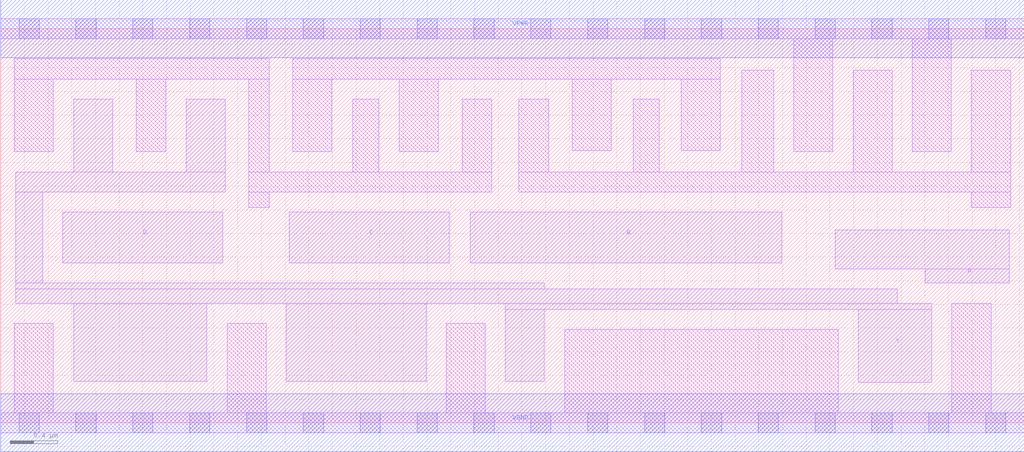
<source format=lef>
# Copyright 2020 The SkyWater PDK Authors
#
# Licensed under the Apache License, Version 2.0 (the "License");
# you may not use this file except in compliance with the License.
# You may obtain a copy of the License at
#
#     https://www.apache.org/licenses/LICENSE-2.0
#
# Unless required by applicable law or agreed to in writing, software
# distributed under the License is distributed on an "AS IS" BASIS,
# WITHOUT WARRANTIES OR CONDITIONS OF ANY KIND, either express or implied.
# See the License for the specific language governing permissions and
# limitations under the License.
#
# SPDX-License-Identifier: Apache-2.0

VERSION 5.7 ;
  NOWIREEXTENSIONATPIN ON ;
  DIVIDERCHAR "/" ;
  BUSBITCHARS "[]" ;
UNITS
  DATABASE MICRONS 200 ;
END UNITS
MACRO sky130_fd_sc_ms__nor4_4
  CLASS CORE ;
  FOREIGN sky130_fd_sc_ms__nor4_4 ;
  ORIGIN  0.000000  0.000000 ;
  SIZE  8.640000 BY  3.330000 ;
  SYMMETRY X Y ;
  SITE unit ;
  PIN A
    ANTENNAGATEAREA  1.028400 ;
    DIRECTION INPUT ;
    USE SIGNAL ;
    PORT
      LAYER li1 ;
        RECT 7.045000 1.300000 8.515000 1.630000 ;
        RECT 7.805000 1.180000 8.515000 1.300000 ;
    END
  END A
  PIN B
    ANTENNAGATEAREA  1.028400 ;
    DIRECTION INPUT ;
    USE SIGNAL ;
    PORT
      LAYER li1 ;
        RECT 3.965000 1.350000 6.595000 1.780000 ;
    END
  END B
  PIN C
    ANTENNAGATEAREA  1.028400 ;
    DIRECTION INPUT ;
    USE SIGNAL ;
    PORT
      LAYER li1 ;
        RECT 2.435000 1.350000 3.785000 1.780000 ;
    END
  END C
  PIN D
    ANTENNAGATEAREA  1.028400 ;
    DIRECTION INPUT ;
    USE SIGNAL ;
    PORT
      LAYER li1 ;
        RECT 0.525000 1.350000 1.875000 1.780000 ;
    END
  END D
  PIN Y
    ANTENNADIFFAREA  3.147200 ;
    DIRECTION OUTPUT ;
    USE SIGNAL ;
    PORT
      LAYER li1 ;
        RECT 0.125000 1.010000 7.570000 1.130000 ;
        RECT 0.125000 1.130000 4.590000 1.180000 ;
        RECT 0.125000 1.180000 0.355000 1.950000 ;
        RECT 0.125000 1.950000 1.895000 2.120000 ;
        RECT 0.615000 0.350000 1.740000 1.010000 ;
        RECT 0.615000 2.120000 0.945000 2.735000 ;
        RECT 1.565000 2.120000 1.895000 2.735000 ;
        RECT 2.410000 0.350000 3.590000 1.010000 ;
        RECT 4.260000 0.350000 4.590000 0.960000 ;
        RECT 4.260000 0.960000 7.860000 1.010000 ;
        RECT 7.240000 0.340000 7.860000 0.960000 ;
    END
  END Y
  PIN VGND
    DIRECTION INOUT ;
    USE GROUND ;
    PORT
      LAYER met1 ;
        RECT 0.000000 -0.245000 8.640000 0.245000 ;
    END
  END VGND
  PIN VPWR
    DIRECTION INOUT ;
    USE POWER ;
    PORT
      LAYER met1 ;
        RECT 0.000000 3.085000 8.640000 3.575000 ;
    END
  END VPWR
  OBS
    LAYER li1 ;
      RECT 0.000000 -0.085000 8.640000 0.085000 ;
      RECT 0.000000  3.245000 8.640000 3.415000 ;
      RECT 0.115000  0.085000 0.445000 0.840000 ;
      RECT 0.115000  2.290000 0.445000 2.905000 ;
      RECT 0.115000  2.905000 2.265000 3.075000 ;
      RECT 1.145000  2.290000 1.395000 2.905000 ;
      RECT 1.910000  0.085000 2.240000 0.840000 ;
      RECT 2.095000  1.820000 2.265000 1.950000 ;
      RECT 2.095000  1.950000 4.145000 2.120000 ;
      RECT 2.095000  2.120000 2.265000 2.905000 ;
      RECT 2.465000  2.290000 2.795000 2.905000 ;
      RECT 2.465000  2.905000 6.075000 3.075000 ;
      RECT 2.970000  2.120000 3.190000 2.735000 ;
      RECT 3.365000  2.290000 3.695000 2.905000 ;
      RECT 3.760000  0.085000 4.090000 0.840000 ;
      RECT 3.895000  2.120000 4.145000 2.735000 ;
      RECT 4.375000  1.950000 8.525000 2.120000 ;
      RECT 4.375000  2.120000 4.625000 2.735000 ;
      RECT 4.760000  0.085000 7.070000 0.790000 ;
      RECT 4.825000  2.300000 5.155000 2.905000 ;
      RECT 5.340000  2.120000 5.560000 2.735000 ;
      RECT 5.745000  2.300000 6.075000 2.905000 ;
      RECT 6.255000  2.120000 6.525000 2.980000 ;
      RECT 6.695000  2.290000 7.025000 3.245000 ;
      RECT 7.195000  2.120000 7.525000 2.980000 ;
      RECT 7.695000  2.290000 8.025000 3.245000 ;
      RECT 8.030000  0.085000 8.360000 1.010000 ;
      RECT 8.195000  1.820000 8.525000 1.950000 ;
      RECT 8.195000  2.120000 8.525000 2.980000 ;
    LAYER mcon ;
      RECT 0.155000 -0.085000 0.325000 0.085000 ;
      RECT 0.155000  3.245000 0.325000 3.415000 ;
      RECT 0.635000 -0.085000 0.805000 0.085000 ;
      RECT 0.635000  3.245000 0.805000 3.415000 ;
      RECT 1.115000 -0.085000 1.285000 0.085000 ;
      RECT 1.115000  3.245000 1.285000 3.415000 ;
      RECT 1.595000 -0.085000 1.765000 0.085000 ;
      RECT 1.595000  3.245000 1.765000 3.415000 ;
      RECT 2.075000 -0.085000 2.245000 0.085000 ;
      RECT 2.075000  3.245000 2.245000 3.415000 ;
      RECT 2.555000 -0.085000 2.725000 0.085000 ;
      RECT 2.555000  3.245000 2.725000 3.415000 ;
      RECT 3.035000 -0.085000 3.205000 0.085000 ;
      RECT 3.035000  3.245000 3.205000 3.415000 ;
      RECT 3.515000 -0.085000 3.685000 0.085000 ;
      RECT 3.515000  3.245000 3.685000 3.415000 ;
      RECT 3.995000 -0.085000 4.165000 0.085000 ;
      RECT 3.995000  3.245000 4.165000 3.415000 ;
      RECT 4.475000 -0.085000 4.645000 0.085000 ;
      RECT 4.475000  3.245000 4.645000 3.415000 ;
      RECT 4.955000 -0.085000 5.125000 0.085000 ;
      RECT 4.955000  3.245000 5.125000 3.415000 ;
      RECT 5.435000 -0.085000 5.605000 0.085000 ;
      RECT 5.435000  3.245000 5.605000 3.415000 ;
      RECT 5.915000 -0.085000 6.085000 0.085000 ;
      RECT 5.915000  3.245000 6.085000 3.415000 ;
      RECT 6.395000 -0.085000 6.565000 0.085000 ;
      RECT 6.395000  3.245000 6.565000 3.415000 ;
      RECT 6.875000 -0.085000 7.045000 0.085000 ;
      RECT 6.875000  3.245000 7.045000 3.415000 ;
      RECT 7.355000 -0.085000 7.525000 0.085000 ;
      RECT 7.355000  3.245000 7.525000 3.415000 ;
      RECT 7.835000 -0.085000 8.005000 0.085000 ;
      RECT 7.835000  3.245000 8.005000 3.415000 ;
      RECT 8.315000 -0.085000 8.485000 0.085000 ;
      RECT 8.315000  3.245000 8.485000 3.415000 ;
  END
END sky130_fd_sc_ms__nor4_4
END LIBRARY

</source>
